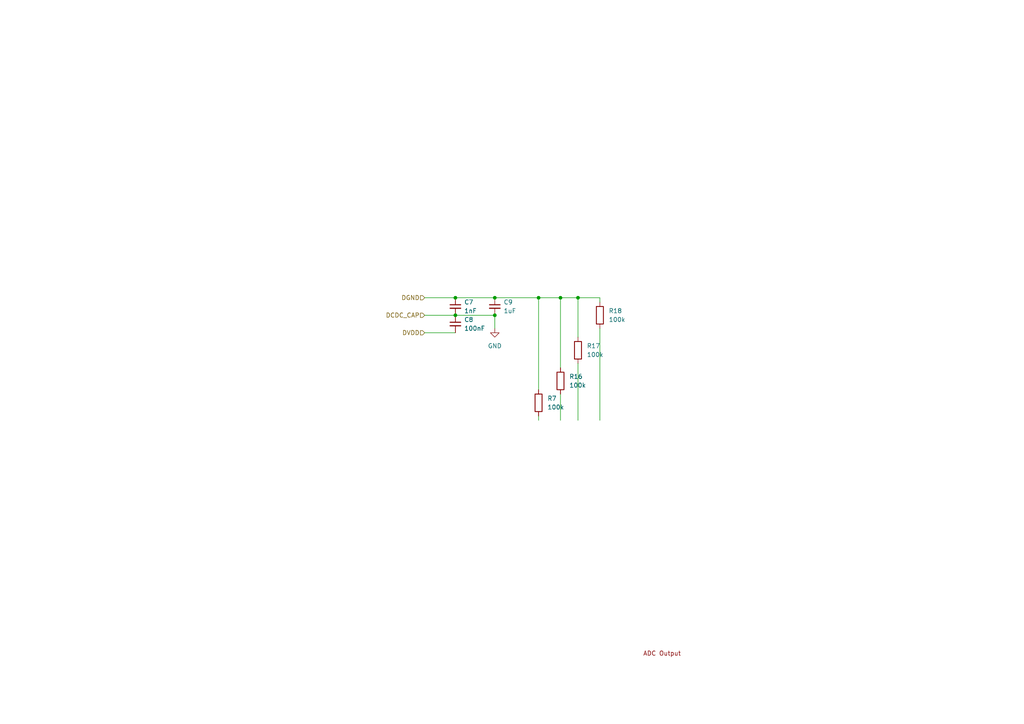
<source format=kicad_sch>
(kicad_sch (version 20231120) (generator "eeschema") (generator_version "8.0")
  (paper "A4")
  (lib_symbols
    (symbol "Device:C_Small" (pin_numbers hide) (pin_names (offset 0.254) hide)
      (property "Reference" "C" (at 0.254 1.778 0))
      (property "Value" "C_Small" (at 0.254 -2.032 0))
      (symbol "C_Small_0_1"
        (polyline (pts (xy -1.524 -0.508) (xy 1.524 -0.508)) (stroke (width 0.3302)))
        (polyline (pts (xy -1.524 0.508) (xy 1.524 0.508)) (stroke (width 0.3048)))
      )
      (symbol "C_Small_1_1"
        (pin passive line (at 0 2.54 270) (length 2.032) (name "~") (number "1"))
        (pin passive line (at 0 -2.54 90) (length 2.032) (name "~") (number "2"))
      )
    )
    (symbol "Device:R" (pin_numbers hide) (pin_names (offset 0))
      (property "Reference" "R" (at 2.032 0 90))
      (property "Value" "R" (at 0 0 90))
      (symbol "R_0_1"
        (rectangle (start -1.016 -2.54) (end 1.016 2.54) (stroke (width 0.254)))
      )
      (symbol "R_1_1"
        (pin passive line (at 0 3.81 270) (length 1.27) (name "~") (number "1"))
        (pin passive line (at 0 -3.81 90) (length 1.27) (name "~") (number "2"))
      )
    )
    (symbol "power:GND" (power) (pin_numbers hide) (pin_names (offset 0) hide)
      (property "Value" "GND" (at 0 -3.81 0))
      (symbol "GND_0_1"
        (polyline (pts (xy 0 0) (xy 0 -1.27) (xy 1.27 -1.27) (xy 0 -2.54) (xy -1.27 -1.27) (xy 0 -1.27)))
      )
      (symbol "GND_1_1"
        (pin power_in line (at 0 0 270) (length 0) (name "~") (number "1"))
      )
    )
  )
  (junction (at 143.51 91.44))
  (junction (at 167.64 86.36))
  (junction (at 156.21 86.36))
  (junction (at 162.56 86.36))
  (junction (at 132.08 91.44))
  (junction (at 143.51 86.36))
  (junction (at 132.08 86.36))
  (wire (pts (xy 162.56 114.3) (xy 162.56 121.92)))
  (wire (pts (xy 173.99 86.36) (xy 173.99 87.63)))
  (wire (pts (xy 167.64 86.36) (xy 173.99 86.36)))
  (wire (pts (xy 167.64 105.41) (xy 167.64 121.92)))
  (wire (pts (xy 156.21 86.36) (xy 162.56 86.36)))
  (wire (pts (xy 162.56 86.36) (xy 167.64 86.36)))
  (wire (pts (xy 173.99 95.25) (xy 173.99 121.92)))
  (wire (pts (xy 143.51 86.36) (xy 156.21 86.36)))
  (wire (pts (xy 156.21 86.36) (xy 156.21 113.03)))
  (wire (pts (xy 143.51 91.44) (xy 143.51 95.25)))
  (wire (pts (xy 123.19 91.44) (xy 132.08 91.44)))
  (wire (pts (xy 132.08 91.44) (xy 143.51 91.44)))
  (wire (pts (xy 123.19 86.36) (xy 132.08 86.36)))
  (wire (pts (xy 156.21 120.65) (xy 156.21 121.92)))
  (wire (pts (xy 123.19 96.52) (xy 132.08 96.52)))
  (wire (pts (xy 167.64 86.36) (xy 167.64 97.79)))
  (wire (pts (xy 132.08 86.36) (xy 143.51 86.36)))
  (wire (pts (xy 162.56 106.68) (xy 162.56 86.36)))
  (text "ADC Output" (at 192.024 189.738 0) (effects (font (size 1.27 1.27))))
  (hierarchical_label "DVDD" (shape input) (at 123.19 96.52 180))
  (hierarchical_label "DCDC_CAP" (shape input) (at 123.19 91.44 180))
  (hierarchical_label "DGND" (shape input) (at 123.19 86.36 180))
  (symbol (lib_id "Device:R") (at 162.56 110.49 0) (unit 1)
    (property "Reference" "R16" (at 165.1 109.2199 0) (effects (justify left)))
    (property "Value" "100k" (at 165.1 111.7599 0) (effects (justify left)))
    (property "Description" "Resistor" (effects (hide yes)))
  )
  (symbol (lib_id "Device:C_Small") (at 143.51 88.9 0) (unit 1)
    (property "Reference" "C9" (at 146.05 87.6362 0) (effects (justify left)))
    (property "Value" "1uF" (at 146.05 90.1762 0) (effects (justify left)))
    (property "Description" "Unpolarized capacitor, small symbol" (effects (hide yes)))
  )
  (symbol (lib_id "Device:R") (at 173.99 91.44 0) (unit 1)
    (property "Reference" "R18" (at 176.53 90.1699 0) (effects (justify left)))
    (property "Value" "100k" (at 176.53 92.7099 0) (effects (justify left)))
    (property "Description" "Resistor" (effects (hide yes)))
  )
  (symbol (lib_id "Device:C_Small") (at 132.08 93.98 0) (unit 1)
    (property "Reference" "C8" (at 134.62 92.7162 0) (effects (justify left)))
    (property "Value" "100nF" (at 134.62 95.2562 0) (effects (justify left)))
    (property "Description" "Unpolarized capacitor, small symbol" (effects (hide yes)))
  )
  (symbol (lib_id "power:GND") (at 143.51 95.25 0) (unit 1)
    (property "Reference" "#PWR029" (effects (hide yes)))
    (property "Value" "GND" (at 143.51 100.33 0))
    (property "Description" "Power symbol creates a global label with name \"GND\" , ground" (effects (hide yes)))
  )
  (symbol (lib_id "Device:R") (at 156.21 116.84 0) (unit 1)
    (property "Reference" "R7" (at 158.75 115.5699 0) (effects (justify left)))
    (property "Value" "100k" (at 158.75 118.1099 0) (effects (justify left)))
    (property "Description" "Resistor" (effects (hide yes)))
  )
  (symbol (lib_id "Device:C_Small") (at 132.08 88.9 0) (unit 1)
    (property "Reference" "C7" (at 134.62 87.6362 0) (effects (justify left)))
    (property "Value" "1nF" (at 134.62 90.1762 0) (effects (justify left)))
    (property "Description" "Unpolarized capacitor, small symbol" (effects (hide yes)))
  )
  (symbol (lib_id "Device:R") (at 167.64 101.6 0) (unit 1)
    (property "Reference" "R17" (at 170.18 100.3299 0) (effects (justify left)))
    (property "Value" "100k" (at 170.18 102.8699 0) (effects (justify left)))
    (property "Description" "Resistor" (effects (hide yes)))
  )
)
</source>
